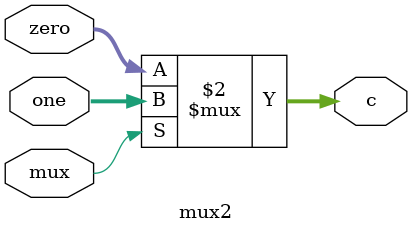
<source format=v>
`timescale 1ns / 1ps


module mux2
(
    zero,
    one,
    mux,
    c
    );
parameter WIDTH = 32;

input wire [WIDTH-1:0]zero;
input wire [WIDTH-1:0]one;
input wire mux;
output wire [WIDTH-1:0]c;
    
assign c = (mux==0)? zero:one;

endmodule

</source>
